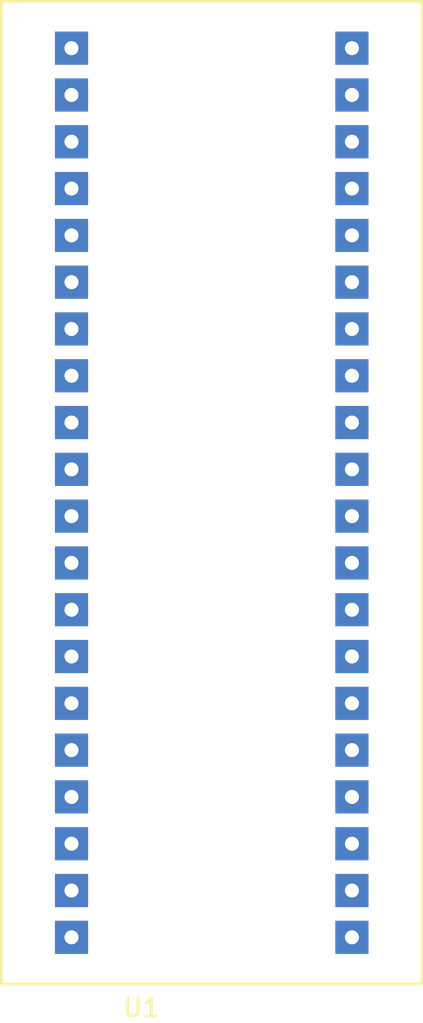
<source format=kicad_pcb>
(kicad_pcb (version 20171130) (host pcbnew "(5.0.1)-4")

  (general
    (thickness 1.6)
    (drawings 0)
    (tracks 0)
    (zones 0)
    (modules 1)
    (nets 41)
  )

  (page A4)
  (layers
    (0 F.Cu signal)
    (31 B.Cu signal)
    (32 B.Adhes user)
    (33 F.Adhes user)
    (34 B.Paste user)
    (35 F.Paste user)
    (36 B.SilkS user)
    (37 F.SilkS user)
    (38 B.Mask user)
    (39 F.Mask user)
    (40 Dwgs.User user)
    (41 Cmts.User user)
    (42 Eco1.User user)
    (43 Eco2.User user)
    (44 Edge.Cuts user)
    (45 Margin user)
    (46 B.CrtYd user)
    (47 F.CrtYd user)
    (48 B.Fab user)
    (49 F.Fab user)
  )

  (setup
    (last_trace_width 0.25)
    (trace_clearance 0.2)
    (zone_clearance 0.508)
    (zone_45_only no)
    (trace_min 0.2)
    (segment_width 0.2)
    (edge_width 0.15)
    (via_size 0.8)
    (via_drill 0.4)
    (via_min_size 0.4)
    (via_min_drill 0.3)
    (uvia_size 0.3)
    (uvia_drill 0.1)
    (uvias_allowed no)
    (uvia_min_size 0.2)
    (uvia_min_drill 0.1)
    (pcb_text_width 0.3)
    (pcb_text_size 1.5 1.5)
    (mod_edge_width 0.15)
    (mod_text_size 1 1)
    (mod_text_width 0.15)
    (pad_size 1.524 1.524)
    (pad_drill 0.762)
    (pad_to_mask_clearance 0.051)
    (solder_mask_min_width 0.25)
    (aux_axis_origin 0 0)
    (visible_elements FFFFFF7F)
    (pcbplotparams
      (layerselection 0x010fc_ffffffff)
      (usegerberextensions false)
      (usegerberattributes false)
      (usegerberadvancedattributes false)
      (creategerberjobfile false)
      (excludeedgelayer true)
      (linewidth 0.100000)
      (plotframeref false)
      (viasonmask false)
      (mode 1)
      (useauxorigin false)
      (hpglpennumber 1)
      (hpglpenspeed 20)
      (hpglpendiameter 15.000000)
      (psnegative false)
      (psa4output false)
      (plotreference true)
      (plotvalue true)
      (plotinvisibletext false)
      (padsonsilk false)
      (subtractmaskfromsilk false)
      (outputformat 1)
      (mirror false)
      (drillshape 1)
      (scaleselection 1)
      (outputdirectory ""))
  )

  (net 0 "")
  (net 1 "Net-(U1-Pad1)")
  (net 2 "Net-(U1-Pad2)")
  (net 3 "Net-(U1-Pad3)")
  (net 4 "Net-(U1-Pad4)")
  (net 5 "Net-(U1-Pad5)")
  (net 6 "Net-(U1-Pad6)")
  (net 7 "Net-(U1-Pad7)")
  (net 8 "Net-(U1-Pad8)")
  (net 9 "Net-(U1-Pad9)")
  (net 10 "Net-(U1-Pad10)")
  (net 11 "Net-(U1-Pad11)")
  (net 12 "Net-(U1-Pad12)")
  (net 13 "Net-(U1-Pad13)")
  (net 14 "Net-(U1-Pad14)")
  (net 15 "Net-(U1-Pad15)")
  (net 16 "Net-(U1-Pad16)")
  (net 17 "Net-(U1-Pad17)")
  (net 18 "Net-(U1-Pad18)")
  (net 19 "Net-(U1-Pad19)")
  (net 20 "Net-(U1-Pad20)")
  (net 21 "Net-(U1-Pad21)")
  (net 22 "Net-(U1-Pad22)")
  (net 23 "Net-(U1-Pad23)")
  (net 24 "Net-(U1-Pad24)")
  (net 25 "Net-(U1-Pad25)")
  (net 26 "Net-(U1-Pad26)")
  (net 27 "Net-(U1-Pad27)")
  (net 28 "Net-(U1-Pad28)")
  (net 29 "Net-(U1-Pad29)")
  (net 30 "Net-(U1-Pad30)")
  (net 31 "Net-(U1-Pad31)")
  (net 32 "Net-(U1-Pad32)")
  (net 33 "Net-(U1-Pad33)")
  (net 34 "Net-(U1-Pad34)")
  (net 35 "Net-(U1-Pad35)")
  (net 36 "Net-(U1-Pad36)")
  (net 37 "Net-(U1-Pad37)")
  (net 38 "Net-(U1-Pad38)")
  (net 39 "Net-(U1-Pad39)")
  (net 40 "Net-(U1-Pad40)")

  (net_class Default "Esta Ã© a classe de net padrÃ£o."
    (clearance 0.2)
    (trace_width 0.25)
    (via_dia 0.8)
    (via_drill 0.4)
    (uvia_dia 0.3)
    (uvia_drill 0.1)
    (add_net "Net-(U1-Pad1)")
    (add_net "Net-(U1-Pad10)")
    (add_net "Net-(U1-Pad11)")
    (add_net "Net-(U1-Pad12)")
    (add_net "Net-(U1-Pad13)")
    (add_net "Net-(U1-Pad14)")
    (add_net "Net-(U1-Pad15)")
    (add_net "Net-(U1-Pad16)")
    (add_net "Net-(U1-Pad17)")
    (add_net "Net-(U1-Pad18)")
    (add_net "Net-(U1-Pad19)")
    (add_net "Net-(U1-Pad2)")
    (add_net "Net-(U1-Pad20)")
    (add_net "Net-(U1-Pad21)")
    (add_net "Net-(U1-Pad22)")
    (add_net "Net-(U1-Pad23)")
    (add_net "Net-(U1-Pad24)")
    (add_net "Net-(U1-Pad25)")
    (add_net "Net-(U1-Pad26)")
    (add_net "Net-(U1-Pad27)")
    (add_net "Net-(U1-Pad28)")
    (add_net "Net-(U1-Pad29)")
    (add_net "Net-(U1-Pad3)")
    (add_net "Net-(U1-Pad30)")
    (add_net "Net-(U1-Pad31)")
    (add_net "Net-(U1-Pad32)")
    (add_net "Net-(U1-Pad33)")
    (add_net "Net-(U1-Pad34)")
    (add_net "Net-(U1-Pad35)")
    (add_net "Net-(U1-Pad36)")
    (add_net "Net-(U1-Pad37)")
    (add_net "Net-(U1-Pad38)")
    (add_net "Net-(U1-Pad39)")
    (add_net "Net-(U1-Pad4)")
    (add_net "Net-(U1-Pad40)")
    (add_net "Net-(U1-Pad5)")
    (add_net "Net-(U1-Pad6)")
    (add_net "Net-(U1-Pad7)")
    (add_net "Net-(U1-Pad8)")
    (add_net "Net-(U1-Pad9)")
  )

  (module FootLibAlan:stm32 (layer F.Cu) (tedit 5B19A78F) (tstamp 5C34B82E)
    (at 147.32 88.9 90)
    (path /5C0F0210)
    (fp_text reference U1 (at -29.21 -6.35 180) (layer F.SilkS)
      (effects (font (size 1 1) (thickness 0.15)))
    )
    (fp_text value stm32 (at -29.21 1.27 180) (layer F.Fab)
      (effects (font (size 1 1) (thickness 0.15)))
    )
    (fp_line (start 25.4 8.89) (end -27.94 8.89) (layer F.SilkS) (width 0.15))
    (fp_line (start -27.94 8.89) (end -27.94 -13.97) (layer F.SilkS) (width 0.15))
    (fp_line (start -27.94 -13.97) (end 25.4 -13.97) (layer F.SilkS) (width 0.15))
    (fp_line (start 25.4 8.89) (end 25.4 -13.97) (layer F.SilkS) (width 0.15))
    (pad 1 thru_hole rect (at -25.4 5.08 90) (size 1.8 1.8) (drill 0.762) (layers *.Cu *.Mask)
      (net 1 "Net-(U1-Pad1)"))
    (pad 2 thru_hole rect (at -22.86 5.08 90) (size 1.8 1.8) (drill 0.762) (layers *.Cu *.Mask)
      (net 2 "Net-(U1-Pad2)"))
    (pad 3 thru_hole rect (at -20.32 5.08 90) (size 1.8 1.8) (drill 0.762) (layers *.Cu *.Mask)
      (net 3 "Net-(U1-Pad3)"))
    (pad 4 thru_hole rect (at -17.78 5.08 90) (size 1.8 1.8) (drill 0.762) (layers *.Cu *.Mask)
      (net 4 "Net-(U1-Pad4)"))
    (pad 5 thru_hole rect (at -15.24 5.08 90) (size 1.8 1.8) (drill 0.762) (layers *.Cu *.Mask)
      (net 5 "Net-(U1-Pad5)"))
    (pad 6 thru_hole rect (at -12.7 5.08 90) (size 1.8 1.8) (drill 0.762) (layers *.Cu *.Mask)
      (net 6 "Net-(U1-Pad6)"))
    (pad 7 thru_hole rect (at -10.16 5.08 90) (size 1.8 1.8) (drill 0.762) (layers *.Cu *.Mask)
      (net 7 "Net-(U1-Pad7)"))
    (pad 8 thru_hole rect (at -7.62 5.08 90) (size 1.8 1.8) (drill 0.762) (layers *.Cu *.Mask)
      (net 8 "Net-(U1-Pad8)"))
    (pad 9 thru_hole rect (at -5.08 5.08 90) (size 1.8 1.8) (drill 0.762) (layers *.Cu *.Mask)
      (net 9 "Net-(U1-Pad9)"))
    (pad 10 thru_hole rect (at -2.54 5.08 90) (size 1.8 1.8) (drill 0.762) (layers *.Cu *.Mask)
      (net 10 "Net-(U1-Pad10)"))
    (pad 11 thru_hole rect (at 0 5.08 90) (size 1.8 1.8) (drill 0.762) (layers *.Cu *.Mask)
      (net 11 "Net-(U1-Pad11)"))
    (pad 12 thru_hole rect (at 2.54 5.08 90) (size 1.8 1.8) (drill 0.762) (layers *.Cu *.Mask)
      (net 12 "Net-(U1-Pad12)"))
    (pad 13 thru_hole rect (at 5.08 5.08 90) (size 1.8 1.8) (drill 0.762) (layers *.Cu *.Mask)
      (net 13 "Net-(U1-Pad13)"))
    (pad 14 thru_hole rect (at 7.62 5.08 90) (size 1.8 1.8) (drill 0.762) (layers *.Cu *.Mask)
      (net 14 "Net-(U1-Pad14)"))
    (pad 15 thru_hole rect (at 10.16 5.08 90) (size 1.8 1.8) (drill 0.762) (layers *.Cu *.Mask)
      (net 15 "Net-(U1-Pad15)"))
    (pad 16 thru_hole rect (at 12.7 5.08 90) (size 1.8 1.8) (drill 0.762) (layers *.Cu *.Mask)
      (net 16 "Net-(U1-Pad16)"))
    (pad 17 thru_hole rect (at 15.24 5.08 90) (size 1.8 1.8) (drill 0.762) (layers *.Cu *.Mask)
      (net 17 "Net-(U1-Pad17)"))
    (pad 18 thru_hole rect (at 17.78 5.08 90) (size 1.8 1.8) (drill 0.762) (layers *.Cu *.Mask)
      (net 18 "Net-(U1-Pad18)"))
    (pad 19 thru_hole rect (at 20.32 5.08 90) (size 1.8 1.8) (drill 0.762) (layers *.Cu *.Mask)
      (net 19 "Net-(U1-Pad19)"))
    (pad 20 thru_hole rect (at 22.86 5.08 90) (size 1.8 1.8) (drill 0.762) (layers *.Cu *.Mask)
      (net 20 "Net-(U1-Pad20)"))
    (pad 21 thru_hole rect (at 22.86 -10.16 90) (size 1.8 1.8) (drill 0.762) (layers *.Cu *.Mask)
      (net 21 "Net-(U1-Pad21)"))
    (pad 22 thru_hole rect (at 20.32 -10.16 90) (size 1.8 1.8) (drill 0.762) (layers *.Cu *.Mask)
      (net 22 "Net-(U1-Pad22)"))
    (pad 23 thru_hole rect (at 17.78 -10.16 90) (size 1.8 1.8) (drill 0.762) (layers *.Cu *.Mask)
      (net 23 "Net-(U1-Pad23)"))
    (pad 24 thru_hole rect (at 15.24 -10.16 90) (size 1.8 1.8) (drill 0.762) (layers *.Cu *.Mask)
      (net 24 "Net-(U1-Pad24)"))
    (pad 25 thru_hole rect (at 12.7 -10.16 90) (size 1.8 1.8) (drill 0.762) (layers *.Cu *.Mask)
      (net 25 "Net-(U1-Pad25)"))
    (pad 26 thru_hole rect (at 10.16 -10.16 90) (size 1.8 1.8) (drill 0.762) (layers *.Cu *.Mask)
      (net 26 "Net-(U1-Pad26)"))
    (pad 27 thru_hole rect (at 7.62 -10.16 90) (size 1.8 1.8) (drill 0.762) (layers *.Cu *.Mask)
      (net 27 "Net-(U1-Pad27)"))
    (pad 28 thru_hole rect (at 5.08 -10.16 90) (size 1.8 1.8) (drill 0.762) (layers *.Cu *.Mask)
      (net 28 "Net-(U1-Pad28)"))
    (pad 29 thru_hole rect (at 2.54 -10.16 90) (size 1.8 1.8) (drill 0.762) (layers *.Cu *.Mask)
      (net 29 "Net-(U1-Pad29)"))
    (pad 30 thru_hole rect (at 0 -10.16 90) (size 1.8 1.8) (drill 0.762) (layers *.Cu *.Mask)
      (net 30 "Net-(U1-Pad30)"))
    (pad 31 thru_hole rect (at -2.54 -10.16 90) (size 1.8 1.8) (drill 0.762) (layers *.Cu *.Mask)
      (net 31 "Net-(U1-Pad31)"))
    (pad 32 thru_hole rect (at -5.08 -10.16 90) (size 1.8 1.8) (drill 0.762) (layers *.Cu *.Mask)
      (net 32 "Net-(U1-Pad32)"))
    (pad 33 thru_hole rect (at -7.62 -10.16 90) (size 1.8 1.8) (drill 0.762) (layers *.Cu *.Mask)
      (net 33 "Net-(U1-Pad33)"))
    (pad 34 thru_hole rect (at -10.16 -10.16 90) (size 1.8 1.8) (drill 0.762) (layers *.Cu *.Mask)
      (net 34 "Net-(U1-Pad34)"))
    (pad 35 thru_hole rect (at -12.7 -10.16 90) (size 1.8 1.8) (drill 0.762) (layers *.Cu *.Mask)
      (net 35 "Net-(U1-Pad35)"))
    (pad 36 thru_hole rect (at -15.24 -10.16 90) (size 1.8 1.8) (drill 0.762) (layers *.Cu *.Mask)
      (net 36 "Net-(U1-Pad36)"))
    (pad 37 thru_hole rect (at -17.78 -10.16 90) (size 1.8 1.8) (drill 0.762) (layers *.Cu *.Mask)
      (net 37 "Net-(U1-Pad37)"))
    (pad 38 thru_hole rect (at -20.32 -10.16 90) (size 1.8 1.8) (drill 0.762) (layers *.Cu *.Mask)
      (net 38 "Net-(U1-Pad38)"))
    (pad 39 thru_hole rect (at -22.86 -10.16 90) (size 1.8 1.8) (drill 0.762) (layers *.Cu *.Mask)
      (net 39 "Net-(U1-Pad39)"))
    (pad 40 thru_hole rect (at -25.4 -10.16 90) (size 1.8 1.8) (drill 0.762) (layers *.Cu *.Mask)
      (net 40 "Net-(U1-Pad40)"))
  )

)

</source>
